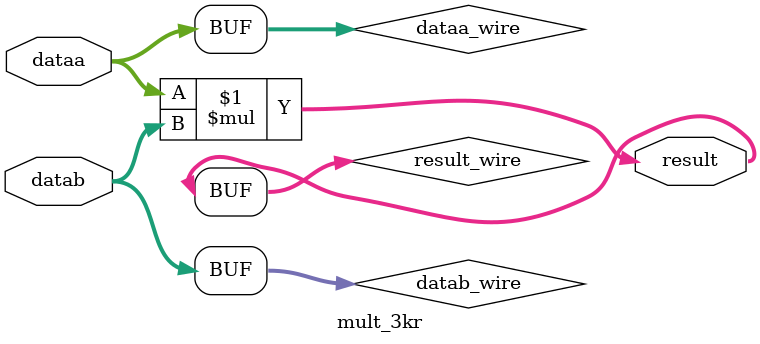
<source format=v>






//synthesis_resources = 
//synopsys translate_off
`timescale 1 ps / 1 ps
//synopsys translate_on
module  mult_3kr
	( 
	dataa,
	datab,
	result) /* synthesis synthesis_clearbox=1 */;
	input   [13:0]  dataa;
	input   [18:0]  datab;
	output   [32:0]  result;

	wire	signed	[13:0]	dataa_wire;
	wire	signed	[18:0]	datab_wire;
	wire	signed	[32:0]	result_wire;



	assign dataa_wire = dataa;
	assign datab_wire = datab;
	assign result_wire = dataa_wire * datab_wire;
	assign result = ({result_wire[32:0]});

endmodule //mult_3kr
//VALID FILE

</source>
